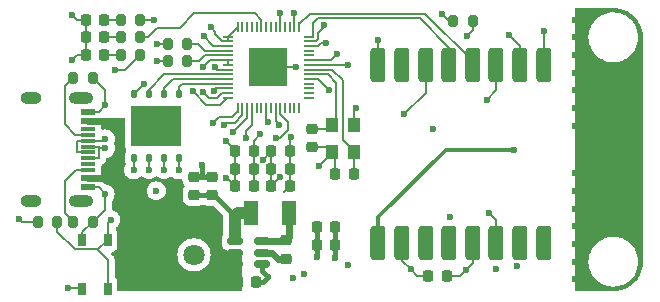
<source format=gbr>
%TF.GenerationSoftware,KiCad,Pcbnew,8.0.5-dirty*%
%TF.CreationDate,2024-10-01T21:10:59+10:00*%
%TF.ProjectId,kestral,6b657374-7261-46c2-9e6b-696361645f70,rev?*%
%TF.SameCoordinates,Original*%
%TF.FileFunction,Copper,L1,Top*%
%TF.FilePolarity,Positive*%
%FSLAX46Y46*%
G04 Gerber Fmt 4.6, Leading zero omitted, Abs format (unit mm)*
G04 Created by KiCad (PCBNEW 8.0.5-dirty) date 2024-10-01 21:10:59*
%MOMM*%
%LPD*%
G01*
G04 APERTURE LIST*
G04 Aperture macros list*
%AMRoundRect*
0 Rectangle with rounded corners*
0 $1 Rounding radius*
0 $2 $3 $4 $5 $6 $7 $8 $9 X,Y pos of 4 corners*
0 Add a 4 corners polygon primitive as box body*
4,1,4,$2,$3,$4,$5,$6,$7,$8,$9,$2,$3,0*
0 Add four circle primitives for the rounded corners*
1,1,$1+$1,$2,$3*
1,1,$1+$1,$4,$5*
1,1,$1+$1,$6,$7*
1,1,$1+$1,$8,$9*
0 Add four rect primitives between the rounded corners*
20,1,$1+$1,$2,$3,$4,$5,0*
20,1,$1+$1,$4,$5,$6,$7,0*
20,1,$1+$1,$6,$7,$8,$9,0*
20,1,$1+$1,$8,$9,$2,$3,0*%
G04 Aperture macros list end*
%TA.AperFunction,SMDPad,CuDef*%
%ADD10RoundRect,0.200000X-0.200000X-0.275000X0.200000X-0.275000X0.200000X0.275000X-0.200000X0.275000X0*%
%TD*%
%TA.AperFunction,SMDPad,CuDef*%
%ADD11R,0.650000X1.050000*%
%TD*%
%TA.AperFunction,ComponentPad*%
%ADD12C,1.803400*%
%TD*%
%TA.AperFunction,SMDPad,CuDef*%
%ADD13RoundRect,0.225000X0.225000X0.250000X-0.225000X0.250000X-0.225000X-0.250000X0.225000X-0.250000X0*%
%TD*%
%TA.AperFunction,SMDPad,CuDef*%
%ADD14RoundRect,0.125000X0.125000X-0.250000X0.125000X0.250000X-0.125000X0.250000X-0.125000X-0.250000X0*%
%TD*%
%TA.AperFunction,HeatsinkPad*%
%ADD15R,4.300000X3.400000*%
%TD*%
%TA.AperFunction,SMDPad,CuDef*%
%ADD16RoundRect,0.317500X-0.317500X1.157500X-0.317500X-1.157500X0.317500X-1.157500X0.317500X1.157500X0*%
%TD*%
%TA.AperFunction,SMDPad,CuDef*%
%ADD17RoundRect,0.225000X-0.250000X0.225000X-0.250000X-0.225000X0.250000X-0.225000X0.250000X0.225000X0*%
%TD*%
%TA.AperFunction,SMDPad,CuDef*%
%ADD18R,1.240000X0.600000*%
%TD*%
%TA.AperFunction,SMDPad,CuDef*%
%ADD19R,1.240000X0.300000*%
%TD*%
%TA.AperFunction,ComponentPad*%
%ADD20O,2.100000X1.000000*%
%TD*%
%TA.AperFunction,ComponentPad*%
%ADD21O,1.800000X1.000000*%
%TD*%
%TA.AperFunction,SMDPad,CuDef*%
%ADD22RoundRect,0.225000X0.250000X-0.225000X0.250000X0.225000X-0.250000X0.225000X-0.250000X-0.225000X0*%
%TD*%
%TA.AperFunction,SMDPad,CuDef*%
%ADD23RoundRect,0.050000X0.050000X-0.387500X0.050000X0.387500X-0.050000X0.387500X-0.050000X-0.387500X0*%
%TD*%
%TA.AperFunction,SMDPad,CuDef*%
%ADD24RoundRect,0.050000X0.387500X-0.050000X0.387500X0.050000X-0.387500X0.050000X-0.387500X-0.050000X0*%
%TD*%
%TA.AperFunction,HeatsinkPad*%
%ADD25R,3.200000X3.200000*%
%TD*%
%TA.AperFunction,SMDPad,CuDef*%
%ADD26RoundRect,0.200000X0.200000X0.275000X-0.200000X0.275000X-0.200000X-0.275000X0.200000X-0.275000X0*%
%TD*%
%TA.AperFunction,SMDPad,CuDef*%
%ADD27RoundRect,0.225000X-0.225000X-0.250000X0.225000X-0.250000X0.225000X0.250000X-0.225000X0.250000X0*%
%TD*%
%TA.AperFunction,SMDPad,CuDef*%
%ADD28RoundRect,0.218750X-0.218750X-0.256250X0.218750X-0.256250X0.218750X0.256250X-0.218750X0.256250X0*%
%TD*%
%TA.AperFunction,SMDPad,CuDef*%
%ADD29RoundRect,0.150000X-0.512500X-0.150000X0.512500X-0.150000X0.512500X0.150000X-0.512500X0.150000X0*%
%TD*%
%TA.AperFunction,SMDPad,CuDef*%
%ADD30R,1.100000X1.300000*%
%TD*%
%TA.AperFunction,SMDPad,CuDef*%
%ADD31R,1.200000X2.000000*%
%TD*%
%TA.AperFunction,SMDPad,CuDef*%
%ADD32R,5.080000X1.500000*%
%TD*%
%TA.AperFunction,ViaPad*%
%ADD33C,0.600000*%
%TD*%
%TA.AperFunction,Conductor*%
%ADD34C,0.200000*%
%TD*%
%TA.AperFunction,Conductor*%
%ADD35C,0.600000*%
%TD*%
%TA.AperFunction,Conductor*%
%ADD36C,0.400000*%
%TD*%
%TA.AperFunction,Conductor*%
%ADD37C,0.356000*%
%TD*%
%TA.AperFunction,Conductor*%
%ADD38C,1.000000*%
%TD*%
G04 APERTURE END LIST*
D10*
%TO.P,R9,1*%
%TO.N,+3V3*%
X103250000Y-118600000D03*
%TO.P,R9,2*%
%TO.N,QSPI_SS*%
X104900000Y-118600000D03*
%TD*%
D11*
%TO.P,SW1,2*%
%TO.N,QSPI_SS*%
X109175000Y-120125000D03*
X109175000Y-124275000D03*
%TO.P,SW1,1*%
%TO.N,GND*%
X107025000Y-120125000D03*
X107025000Y-124275000D03*
%TD*%
D12*
%TO.P,J2,1,Pin_1*%
%TO.N,VBATT*%
X112689999Y-121400000D03*
%TO.P,J2,2,Pin_2*%
%TO.N,GND*%
X116500000Y-121400000D03*
%TD*%
D13*
%TO.P,C5,1*%
%TO.N,XOUT*%
X130005000Y-114550000D03*
%TO.P,C5,2*%
%TO.N,GND*%
X128455000Y-114550000D03*
%TD*%
D14*
%TO.P,U5,1,~{CS}*%
%TO.N,QSPI_SS*%
X111400000Y-113220000D03*
%TO.P,U5,2,DO(IO1)*%
%TO.N,Net-(U3-QSPI_SD1)*%
X112670000Y-113220000D03*
%TO.P,U5,3,IO2*%
%TO.N,Net-(U3-QSPI_SD2)*%
X113940000Y-113220000D03*
%TO.P,U5,4,GND*%
%TO.N,GND*%
X115210000Y-113220000D03*
%TO.P,U5,5,DI(IO0)*%
%TO.N,Net-(U3-QSPI_SD0)*%
X115210000Y-107820000D03*
%TO.P,U5,6,CLK*%
%TO.N,Net-(U3-QSPI_SCLK)*%
X113940000Y-107820000D03*
%TO.P,U5,7,IO3*%
%TO.N,Net-(U3-QSPI_SD3)*%
X112670000Y-107820000D03*
%TO.P,U5,8,VCC*%
%TO.N,+3V3*%
X111400000Y-107820000D03*
D15*
%TO.P,U5,9,EP*%
%TO.N,unconnected-(U5-EP-Pad9)*%
X113305000Y-110520000D03*
%TD*%
D13*
%TO.P,C8,1*%
%TO.N,+1V1*%
X124600000Y-114115000D03*
%TO.P,C8,2*%
%TO.N,GND*%
X123050000Y-114115000D03*
%TD*%
D16*
%TO.P,U2,1,GND*%
%TO.N,GND*%
X146100000Y-105375000D03*
%TO.P,U2,2,MISO*%
%TO.N,MISO*%
X144100000Y-105375000D03*
%TO.P,U2,3,MOSI*%
%TO.N,MOSI*%
X142100000Y-105375000D03*
%TO.P,U2,4,SCK*%
%TO.N,SCK*%
X140100000Y-105375000D03*
%TO.P,U2,5,NSS*%
%TO.N,CSN*%
X138100000Y-105375000D03*
%TO.P,U2,6,RESET*%
%TO.N,RF_RST*%
X136100000Y-105375000D03*
%TO.P,U2,7,DIO5*%
%TO.N,unconnected-(U2-DIO5-Pad7)*%
X134100000Y-105375000D03*
%TO.P,U2,8,GND*%
%TO.N,GND*%
X132100000Y-105375000D03*
%TO.P,U2,9,ANT*%
%TO.N,Net-(J1-In)*%
X132100000Y-120425000D03*
%TO.P,U2,10,GND*%
%TO.N,GND*%
X134100000Y-120425000D03*
%TO.P,U2,11,DIO3*%
%TO.N,unconnected-(U2-DIO3-Pad11)*%
X136100000Y-120425000D03*
%TO.P,U2,12,DIO4*%
%TO.N,unconnected-(U2-DIO4-Pad12)*%
X138100000Y-120425000D03*
%TO.P,U2,13,3.3V*%
%TO.N,+3V3*%
X140100000Y-120425000D03*
%TO.P,U2,14,DIO0*%
%TO.N,RF_DIO*%
X142100000Y-120425000D03*
%TO.P,U2,15,DIO1*%
%TO.N,unconnected-(U2-DIO1-Pad15)*%
X144100000Y-120425000D03*
%TO.P,U2,16,DIO2*%
%TO.N,unconnected-(U2-DIO2-Pad16)*%
X146100000Y-120425000D03*
%TD*%
D17*
%TO.P,C3,1*%
%TO.N,GND*%
X116500000Y-114800000D03*
%TO.P,C3,2*%
%TO.N,+3V3*%
X116500000Y-116350000D03*
%TD*%
D18*
%TO.P,J3,A1,GND*%
%TO.N,GND*%
X107525000Y-109300000D03*
%TO.P,J3,A4,VBUS*%
%TO.N,VBATT*%
X107525000Y-110100000D03*
D19*
%TO.P,J3,A5,CC1*%
%TO.N,Net-(J3-CC1)*%
X107525000Y-111250000D03*
%TO.P,J3,A6,D+*%
%TO.N,USB_D+*%
X107525000Y-112250000D03*
%TO.P,J3,A7,D-*%
%TO.N,USB_D-*%
X107525000Y-112750000D03*
%TO.P,J3,A8*%
%TO.N,N/C*%
X107525000Y-113750000D03*
D18*
%TO.P,J3,A9,VBUS*%
%TO.N,VBATT*%
X107525000Y-114900000D03*
%TO.P,J3,A12,GND*%
%TO.N,GND*%
X107525000Y-115700000D03*
%TO.P,J3,B1,GND*%
X107525000Y-115700000D03*
%TO.P,J3,B4,VBUS*%
%TO.N,VBATT*%
X107525000Y-114900000D03*
D19*
%TO.P,J3,B5,CC2*%
%TO.N,Net-(J3-CC2)*%
X107525000Y-114250000D03*
%TO.P,J3,B6,D+*%
%TO.N,USB_D+*%
X107525000Y-113250000D03*
%TO.P,J3,B7,D-*%
%TO.N,USB_D-*%
X107525000Y-111750000D03*
%TO.P,J3,B8*%
%TO.N,N/C*%
X107525000Y-110750000D03*
D18*
%TO.P,J3,B9,VBUS*%
%TO.N,VBATT*%
X107525000Y-110100000D03*
%TO.P,J3,B12,GND*%
%TO.N,GND*%
X107525000Y-109300000D03*
D20*
%TO.P,J3,S1,SHIELD*%
%TO.N,unconnected-(J3-SHIELD-PadS1)_3*%
X106925000Y-108180000D03*
D21*
%TO.N,unconnected-(J3-SHIELD-PadS1)_1*%
X102725000Y-108180000D03*
D20*
%TO.N,unconnected-(J3-SHIELD-PadS1)*%
X106925000Y-116820000D03*
D21*
%TO.N,unconnected-(J3-SHIELD-PadS1)_2*%
X102725000Y-116820000D03*
%TD*%
D22*
%TO.P,C1,1*%
%TO.N,Net-(U4-SW)*%
X124262500Y-121750000D03*
%TO.P,C1,2*%
%TO.N,Net-(U4-BST)*%
X124262500Y-120200000D03*
%TD*%
D23*
%TO.P,U3,1,IOVDD*%
%TO.N,+3V3*%
X120200000Y-108970000D03*
%TO.P,U3,2,GPIO0*%
%TO.N,MCU_TX*%
X120600000Y-108970000D03*
%TO.P,U3,3,GPIO1*%
%TO.N,MCU_RX*%
X121000000Y-108970000D03*
%TO.P,U3,4,GPIO2*%
%TO.N,GPS_RST*%
X121400000Y-108970000D03*
%TO.P,U3,5,GPIO3*%
%TO.N,unconnected-(U3-GPIO3-Pad5)*%
X121800000Y-108970000D03*
%TO.P,U3,6,GPIO4*%
%TO.N,unconnected-(U3-GPIO4-Pad6)*%
X122200000Y-108970000D03*
%TO.P,U3,7,GPIO5*%
%TO.N,RF_DIO*%
X122600000Y-108970000D03*
%TO.P,U3,8,GPIO6*%
%TO.N,unconnected-(U3-GPIO6-Pad8)*%
X123000000Y-108970000D03*
%TO.P,U3,9,GPIO7*%
%TO.N,RF_RST*%
X123400000Y-108970000D03*
%TO.P,U3,10,IOVDD*%
%TO.N,+3V3*%
X123800000Y-108970000D03*
%TO.P,U3,11,GPIO8*%
%TO.N,unconnected-(U3-GPIO8-Pad11)*%
X124200000Y-108970000D03*
%TO.P,U3,12,GPIO9*%
%TO.N,unconnected-(U3-GPIO9-Pad12)*%
X124600000Y-108970000D03*
%TO.P,U3,13,GPIO10*%
%TO.N,unconnected-(U3-GPIO10-Pad13)*%
X125000000Y-108970000D03*
%TO.P,U3,14,GPIO11*%
%TO.N,unconnected-(U3-GPIO11-Pad14)*%
X125400000Y-108970000D03*
D24*
%TO.P,U3,15,GPIO12*%
%TO.N,unconnected-(U3-GPIO12-Pad15)*%
X126237500Y-108132500D03*
%TO.P,U3,16,GPIO13*%
%TO.N,unconnected-(U3-GPIO13-Pad16)*%
X126237500Y-107732500D03*
%TO.P,U3,17,GPIO14*%
%TO.N,unconnected-(U3-GPIO14-Pad17)*%
X126237500Y-107332500D03*
%TO.P,U3,18,GPIO15*%
%TO.N,unconnected-(U3-GPIO15-Pad18)*%
X126237500Y-106932500D03*
%TO.P,U3,19,TESTEN*%
%TO.N,GND*%
X126237500Y-106532500D03*
%TO.P,U3,20,XIN*%
%TO.N,XIN*%
X126237500Y-106132500D03*
%TO.P,U3,21,XOUT*%
%TO.N,XOUT*%
X126237500Y-105732500D03*
%TO.P,U3,22,IOVDD*%
%TO.N,+3V3*%
X126237500Y-105332500D03*
%TO.P,U3,23,DVDD*%
%TO.N,+1V1*%
X126237500Y-104932500D03*
%TO.P,U3,24,SWCLK*%
%TO.N,unconnected-(U3-SWCLK-Pad24)*%
X126237500Y-104532500D03*
%TO.P,U3,25,SWD*%
%TO.N,unconnected-(U3-SWD-Pad25)*%
X126237500Y-104132500D03*
%TO.P,U3,26,RUN*%
%TO.N,+3V3*%
X126237500Y-103732500D03*
%TO.P,U3,27,GPIO16*%
%TO.N,MISO*%
X126237500Y-103332500D03*
%TO.P,U3,28,GPIO17*%
%TO.N,CSN*%
X126237500Y-102932500D03*
D23*
%TO.P,U3,29,GPIO18*%
%TO.N,SCK*%
X125400000Y-102095000D03*
%TO.P,U3,30,GPIO19*%
%TO.N,MOSI*%
X125000000Y-102095000D03*
%TO.P,U3,31,GPIO20*%
%TO.N,unconnected-(U3-GPIO20-Pad31)*%
X124600000Y-102095000D03*
%TO.P,U3,32,GPIO21*%
%TO.N,unconnected-(U3-GPIO21-Pad32)*%
X124200000Y-102095000D03*
%TO.P,U3,33,IOVDD*%
%TO.N,+3V3*%
X123800000Y-102095000D03*
%TO.P,U3,34,GPIO22*%
%TO.N,unconnected-(U3-GPIO22-Pad34)*%
X123400000Y-102095000D03*
%TO.P,U3,35,GPIO23*%
%TO.N,unconnected-(U3-GPIO23-Pad35)*%
X123000000Y-102095000D03*
%TO.P,U3,36,GPIO24*%
%TO.N,unconnected-(U3-GPIO24-Pad36)*%
X122600000Y-102095000D03*
%TO.P,U3,37,GPIO25*%
%TO.N,LED_1*%
X122200000Y-102095000D03*
%TO.P,U3,38,GPIO26_ADC0*%
%TO.N,unconnected-(U3-GPIO26_ADC0-Pad38)*%
X121800000Y-102095000D03*
%TO.P,U3,39,GPIO27_ADC1*%
%TO.N,unconnected-(U3-GPIO27_ADC1-Pad39)*%
X121400000Y-102095000D03*
%TO.P,U3,40,GPIO28_ADC2*%
%TO.N,unconnected-(U3-GPIO28_ADC2-Pad40)*%
X121000000Y-102095000D03*
%TO.P,U3,41,GPIO29_ADC3*%
%TO.N,unconnected-(U3-GPIO29_ADC3-Pad41)*%
X120600000Y-102095000D03*
%TO.P,U3,42,IOVDD*%
%TO.N,+3V3*%
X120200000Y-102095000D03*
D24*
%TO.P,U3,43,ADC_AVDD*%
X119362500Y-102932500D03*
%TO.P,U3,44,VREG_IN*%
X119362500Y-103332500D03*
%TO.P,U3,45,VREG_VOUT*%
%TO.N,+1V1*%
X119362500Y-103732500D03*
%TO.P,U3,46,USB_DM*%
%TO.N,Net-(U3-USB_DM)*%
X119362500Y-104132500D03*
%TO.P,U3,47,USB_DP*%
%TO.N,Net-(U3-USB_DP)*%
X119362500Y-104532500D03*
%TO.P,U3,48,USB_VDD*%
%TO.N,+3V3*%
X119362500Y-104932500D03*
%TO.P,U3,49,IOVDD*%
X119362500Y-105332500D03*
%TO.P,U3,50,DVDD*%
%TO.N,+1V1*%
X119362500Y-105732500D03*
%TO.P,U3,51,QSPI_SD3*%
%TO.N,Net-(U3-QSPI_SD3)*%
X119362500Y-106132500D03*
%TO.P,U3,52,QSPI_SCLK*%
%TO.N,Net-(U3-QSPI_SCLK)*%
X119362500Y-106532500D03*
%TO.P,U3,53,QSPI_SD0*%
%TO.N,Net-(U3-QSPI_SD0)*%
X119362500Y-106932500D03*
%TO.P,U3,54,QSPI_SD2*%
%TO.N,Net-(U3-QSPI_SD2)*%
X119362500Y-107332500D03*
%TO.P,U3,55,QSPI_SD1*%
%TO.N,Net-(U3-QSPI_SD1)*%
X119362500Y-107732500D03*
%TO.P,U3,56,QSPI_SS*%
%TO.N,QSPI_SS*%
X119362500Y-108132500D03*
D25*
%TO.P,U3,57,GND*%
%TO.N,GND*%
X122800000Y-105532500D03*
%TD*%
D26*
%TO.P,R8,1*%
%TO.N,GPS_1PPS*%
X111925000Y-101500000D03*
%TO.P,R8,2*%
%TO.N,Net-(D3-A)*%
X110275000Y-101500000D03*
%TD*%
D27*
%TO.P,C15,1*%
%TO.N,+3V3*%
X126925000Y-120600000D03*
%TO.P,C15,2*%
%TO.N,GND*%
X128475000Y-120600000D03*
%TD*%
D13*
%TO.P,C9,1*%
%TO.N,+3V3*%
X121550000Y-112630000D03*
%TO.P,C9,2*%
%TO.N,GND*%
X120000000Y-112630000D03*
%TD*%
D28*
%TO.P,D3,1,K*%
%TO.N,GND*%
X107325000Y-101500000D03*
%TO.P,D3,2,A*%
%TO.N,Net-(D3-A)*%
X108900000Y-101500000D03*
%TD*%
D29*
%TO.P,U4,1,FB*%
%TO.N,+3V3*%
X119987500Y-120275000D03*
%TO.P,U4,2,EN*%
%TO.N,VBATT*%
X119987500Y-121225000D03*
%TO.P,U4,3,IN*%
X119987500Y-122175000D03*
%TO.P,U4,4,GND*%
%TO.N,GND*%
X122262500Y-122175000D03*
%TO.P,U4,5,SW*%
%TO.N,Net-(U4-SW)*%
X122262500Y-121225000D03*
%TO.P,U4,6,BST*%
%TO.N,Net-(U4-BST)*%
X122262500Y-120275000D03*
%TD*%
D17*
%TO.P,C2,1*%
%TO.N,GND*%
X118010000Y-114800000D03*
%TO.P,C2,2*%
%TO.N,+3V3*%
X118010000Y-116350000D03*
%TD*%
D13*
%TO.P,C7,1*%
%TO.N,+1V1*%
X124600000Y-115615000D03*
%TO.P,C7,2*%
%TO.N,GND*%
X123050000Y-115615000D03*
%TD*%
%TO.P,C13,1*%
%TO.N,+3V3*%
X137875000Y-123200000D03*
%TO.P,C13,2*%
%TO.N,GND*%
X136325000Y-123200000D03*
%TD*%
D30*
%TO.P,Y1,1,IN/OUT*%
%TO.N,XIN*%
X128200000Y-110400000D03*
%TO.P,Y1,2,GND*%
%TO.N,GND*%
X128200000Y-112700000D03*
%TO.P,Y1,3,OUT/IN*%
%TO.N,XOUT*%
X130000000Y-112700000D03*
%TO.P,Y1,4,GND__1*%
%TO.N,GND*%
X130000000Y-110400000D03*
%TD*%
D10*
%TO.P,R2,1*%
%TO.N,Net-(J3-CC2)*%
X106275000Y-118600000D03*
%TO.P,R2,2*%
%TO.N,GND*%
X107925000Y-118600000D03*
%TD*%
D13*
%TO.P,C12,1*%
%TO.N,+1V1*%
X124600000Y-112615000D03*
%TO.P,C12,2*%
%TO.N,GND*%
X123050000Y-112615000D03*
%TD*%
D26*
%TO.P,R5,1*%
%TO.N,+3V3*%
X111925000Y-104500000D03*
%TO.P,R5,2*%
%TO.N,Net-(D1-A)*%
X110275000Y-104500000D03*
%TD*%
D27*
%TO.P,C4,1*%
%TO.N,VBATT*%
X120187500Y-123725000D03*
%TO.P,C4,2*%
%TO.N,GND*%
X121737500Y-123725000D03*
%TD*%
D10*
%TO.P,R4,1*%
%TO.N,USB_D-*%
X114275000Y-103532500D03*
%TO.P,R4,2*%
%TO.N,Net-(U3-USB_DM)*%
X115925000Y-103532500D03*
%TD*%
%TO.P,R7,1*%
%TO.N,+3V3*%
X138450000Y-101600000D03*
%TO.P,R7,2*%
%TO.N,GPS_RST*%
X140100000Y-101600000D03*
%TD*%
%TO.P,R1,1*%
%TO.N,Net-(J3-CC1)*%
X106275000Y-106420000D03*
%TO.P,R1,2*%
%TO.N,GND*%
X107925000Y-106420000D03*
%TD*%
D17*
%TO.P,C6,1*%
%TO.N,XIN*%
X126455000Y-110750000D03*
%TO.P,C6,2*%
%TO.N,GND*%
X126455000Y-112300000D03*
%TD*%
D31*
%TO.P,L1,1,1*%
%TO.N,Net-(U4-BST)*%
X124562500Y-117875000D03*
%TO.P,L1,2,2*%
%TO.N,+3V3*%
X121362500Y-117875000D03*
%TD*%
D13*
%TO.P,C10,1*%
%TO.N,+3V3*%
X121550000Y-115630000D03*
%TO.P,C10,2*%
%TO.N,GND*%
X120000000Y-115630000D03*
%TD*%
D10*
%TO.P,R3,1*%
%TO.N,USB_D+*%
X114275000Y-105032500D03*
%TO.P,R3,2*%
%TO.N,Net-(U3-USB_DP)*%
X115925000Y-105032500D03*
%TD*%
D26*
%TO.P,R6,1*%
%TO.N,LED_1*%
X111925000Y-103000000D03*
%TO.P,R6,2*%
%TO.N,Net-(D2-A)*%
X110275000Y-103000000D03*
%TD*%
D27*
%TO.P,C14,1*%
%TO.N,+3V3*%
X126925000Y-119100000D03*
%TO.P,C14,2*%
%TO.N,GND*%
X128475000Y-119100000D03*
%TD*%
D28*
%TO.P,D1,1,K*%
%TO.N,GND*%
X107325000Y-104500000D03*
%TO.P,D1,2,A*%
%TO.N,Net-(D1-A)*%
X108900000Y-104500000D03*
%TD*%
D13*
%TO.P,C11,1*%
%TO.N,+3V3*%
X121550000Y-114120000D03*
%TO.P,C11,2*%
%TO.N,GND*%
X120000000Y-114120000D03*
%TD*%
D28*
%TO.P,D2,1,K*%
%TO.N,GND*%
X107325000Y-103000000D03*
%TO.P,D2,2,A*%
%TO.N,Net-(D2-A)*%
X108900000Y-103000000D03*
%TD*%
D32*
%TO.P,J1,2,Ext*%
%TO.N,GND*%
X151937500Y-108250000D03*
X151937500Y-116750000D03*
%TD*%
D33*
%TO.N,QSPI_SS*%
X109450000Y-118450000D03*
%TO.N,+3V3*%
X101700000Y-118400000D03*
%TO.N,GND*%
X105800000Y-124200000D03*
X128475000Y-121700000D03*
X119200000Y-111820000D03*
X119200000Y-114900000D03*
X148750000Y-110500000D03*
X115205000Y-114232500D03*
X148750000Y-109000000D03*
X148750000Y-117500000D03*
X130200000Y-109000000D03*
X146100000Y-102500000D03*
X148750000Y-107500000D03*
X108975000Y-116250000D03*
X138200000Y-118200000D03*
X148750000Y-120500000D03*
X134850000Y-122650000D03*
X106200000Y-101100000D03*
X148750000Y-123500000D03*
X148750000Y-116000000D03*
X122762500Y-123275000D03*
X148750000Y-106000000D03*
X148750000Y-104500000D03*
X127912500Y-107482500D03*
X106200000Y-104900000D03*
X117210000Y-113800000D03*
X148750000Y-122000000D03*
X108975000Y-108750000D03*
X123795634Y-114802885D03*
X132100000Y-103200000D03*
X127100000Y-113900000D03*
X122318488Y-113384315D03*
X148750000Y-119000000D03*
X148750000Y-114500000D03*
X125150000Y-105532500D03*
X148750000Y-101500000D03*
X148750000Y-103000000D03*
%TO.N,Net-(J1-In)*%
X143600000Y-112500000D03*
%TO.N,USB_D+*%
X109000000Y-112400000D03*
X113355000Y-105032500D03*
%TO.N,USB_D-*%
X109000000Y-111599997D03*
X113355000Y-103532500D03*
%TO.N,RF_DIO*%
X141500000Y-117900000D03*
X122800000Y-110200000D03*
%TO.N,RF_RST*%
X123700000Y-110400000D03*
X134300000Y-109500000D03*
%TO.N,MISO*%
X143200000Y-102800000D03*
X127500000Y-102000000D03*
%TO.N,+3V3*%
X119987500Y-118125000D03*
X112265000Y-106932500D03*
X119987500Y-119525000D03*
X109800000Y-105800000D03*
X137500000Y-101000000D03*
X119987500Y-118825000D03*
X129562500Y-105332500D03*
X117900000Y-102132500D03*
X127700000Y-103500000D03*
X126925000Y-121575000D03*
X123400000Y-111500000D03*
X123800000Y-100982500D03*
X139487500Y-122687500D03*
X117223131Y-105532500D03*
X122100000Y-111200000D03*
X118124265Y-110224265D03*
%TO.N,MOSI*%
X141300000Y-108300000D03*
X125000000Y-100982500D03*
%TO.N,+1V1*%
X117300000Y-102900000D03*
X124700000Y-111420000D03*
X128600000Y-104400000D03*
X118251472Y-105532500D03*
%TO.N,MCU_RX*%
X119800000Y-111000000D03*
X142100000Y-122600000D03*
X125800000Y-123000000D03*
%TO.N,GPS_RST*%
X139600000Y-102900000D03*
X136750000Y-110750000D03*
X120883750Y-111516250D03*
%TO.N,MCU_TX*%
X143800000Y-122400000D03*
X124900000Y-123400000D03*
X119000000Y-110400000D03*
%TO.N,Net-(U3-QSPI_SD1)*%
X112670000Y-114220000D03*
X117278765Y-107628735D03*
%TO.N,Net-(U3-QSPI_SD2)*%
X118180113Y-107532500D03*
X113940000Y-114220000D03*
%TO.N,QSPI_SS*%
X111375000Y-114230000D03*
X116382528Y-107532500D03*
%TO.N,GPS_1PPS*%
X129500000Y-122300000D03*
X113300000Y-116000000D03*
X113100000Y-101500000D03*
%TD*%
D34*
%TO.N,GND*%
X105800000Y-124200000D02*
X106950000Y-124200000D01*
X106950000Y-124200000D02*
X107025000Y-124275000D01*
%TO.N,QSPI_SS*%
X109450000Y-118450000D02*
X109175000Y-118725000D01*
X109175000Y-118725000D02*
X109175000Y-120125000D01*
%TO.N,+3V3*%
X101900000Y-118600000D02*
X101700000Y-118400000D01*
X103250000Y-118600000D02*
X101900000Y-118600000D01*
%TO.N,GND*%
X107025000Y-120125000D02*
X107025000Y-119500000D01*
X107025000Y-119500000D02*
X107925000Y-118600000D01*
%TO.N,QSPI_SS*%
X108350000Y-120950000D02*
X108350000Y-121050000D01*
X108350000Y-121050000D02*
X109175000Y-121875000D01*
X109175000Y-121875000D02*
X109175000Y-124275000D01*
X104900000Y-118600000D02*
X104900000Y-119450000D01*
X106400000Y-120950000D02*
X108350000Y-120950000D01*
X104900000Y-119450000D02*
X106400000Y-120950000D01*
X108350000Y-120950000D02*
X109175000Y-120125000D01*
D35*
%TO.N,VBATT*%
X107525000Y-114900000D02*
X109100000Y-114900000D01*
X107525000Y-110100000D02*
X108800000Y-110100000D01*
D34*
%TO.N,GND*%
X107950000Y-118620000D02*
X108975000Y-117595000D01*
X108925000Y-107420000D02*
X108925000Y-108700000D01*
X108975000Y-117595000D02*
X108975000Y-116250000D01*
X108425000Y-115700000D02*
X107525000Y-115700000D01*
X119300000Y-111875000D02*
X120000000Y-112575000D01*
X128200000Y-112700000D02*
X128200000Y-112800000D01*
X108925000Y-108700000D02*
X108975000Y-108750000D01*
X126962500Y-106532500D02*
X126237500Y-106532500D01*
X122800000Y-105532500D02*
X125150000Y-105532500D01*
D36*
X122262500Y-122175000D02*
X122262500Y-122775000D01*
X128475000Y-121700000D02*
X128475000Y-120600000D01*
D34*
X127905000Y-112300000D02*
X126455000Y-112300000D01*
D36*
X122262500Y-122775000D02*
X122762500Y-123275000D01*
D34*
X130000000Y-109200000D02*
X130200000Y-109000000D01*
X134100000Y-121900000D02*
X134850000Y-122650000D01*
X128200000Y-112800000D02*
X127100000Y-113900000D01*
X135400000Y-123200000D02*
X136325000Y-123200000D01*
D36*
X117210000Y-114800000D02*
X117210000Y-113800000D01*
D34*
X123050000Y-115548519D02*
X123050000Y-115615000D01*
X119270000Y-114900000D02*
X119200000Y-114900000D01*
D36*
X122762500Y-123275000D02*
X122312500Y-123725000D01*
D34*
X106600000Y-101500000D02*
X107325000Y-101500000D01*
D36*
X117210000Y-114800000D02*
X116500000Y-114800000D01*
D34*
X107325000Y-103000000D02*
X107325000Y-104500000D01*
X107325000Y-101500000D02*
X107325000Y-103000000D01*
X107525000Y-109300000D02*
X108425000Y-109300000D01*
X134850000Y-122650000D02*
X135400000Y-123200000D01*
X106200000Y-104900000D02*
X106600000Y-104500000D01*
X123050000Y-112615000D02*
X123050000Y-114115000D01*
X127912500Y-107482500D02*
X126962500Y-106532500D01*
X108975000Y-116250000D02*
X108425000Y-115700000D01*
X128455000Y-114550000D02*
X128455000Y-112850000D01*
X120000000Y-112575000D02*
X120000000Y-112630000D01*
X130000000Y-110400000D02*
X130000000Y-109200000D01*
X146100000Y-105375000D02*
X146100000Y-102500000D01*
X122318488Y-113384315D02*
X123050000Y-112652803D01*
D36*
X118010000Y-114800000D02*
X117210000Y-114800000D01*
D34*
X123795634Y-114802885D02*
X123050000Y-115548519D01*
X123050000Y-112652803D02*
X123050000Y-112615000D01*
X107925000Y-106420000D02*
X108925000Y-107420000D01*
X108425000Y-109300000D02*
X108975000Y-108750000D01*
X106200000Y-101100000D02*
X106600000Y-101500000D01*
D36*
X128475000Y-119100000D02*
X128475000Y-120600000D01*
D34*
X120000000Y-115630000D02*
X120000000Y-114120000D01*
X123050000Y-112615000D02*
X123050000Y-115615000D01*
X120000000Y-112630000D02*
X120000000Y-114120000D01*
X134100000Y-120425000D02*
X134100000Y-121900000D01*
X132100000Y-103200000D02*
X132100000Y-105375000D01*
X120000000Y-115630000D02*
X119270000Y-114900000D01*
D36*
X122312500Y-123725000D02*
X121737500Y-123725000D01*
D34*
X115205000Y-114232500D02*
X115205000Y-113495000D01*
X128455000Y-112850000D02*
X128305000Y-112700000D01*
X106600000Y-104500000D02*
X107325000Y-104500000D01*
X128305000Y-112700000D02*
X127905000Y-112300000D01*
D37*
%TO.N,Net-(J1-In)*%
X137800000Y-112500000D02*
X132100000Y-118200000D01*
X132100000Y-118200000D02*
X132100000Y-120425000D01*
X143600000Y-112500000D02*
X137800000Y-112500000D01*
D34*
%TO.N,Net-(J3-CC1)*%
X106455000Y-111250000D02*
X107525000Y-111250000D01*
X105575000Y-107120000D02*
X105575000Y-110370000D01*
X105575000Y-110370000D02*
X106455000Y-111250000D01*
X106275000Y-106420000D02*
X105575000Y-107120000D01*
%TO.N,USB_D+*%
X108445000Y-113000000D02*
X108445000Y-113200000D01*
X108445000Y-112720000D02*
X108445000Y-113000000D01*
X107525000Y-112250000D02*
X108395000Y-112250000D01*
X108445000Y-112300000D02*
X108445000Y-112720000D01*
X108545000Y-112400000D02*
X108422500Y-112277500D01*
X108422500Y-112277500D02*
X108445000Y-112300000D01*
X108395000Y-113250000D02*
X107525000Y-113250000D01*
X108395000Y-112250000D02*
X108422500Y-112277500D01*
X109000000Y-112400000D02*
X108545000Y-112400000D01*
X108445000Y-113200000D02*
X108395000Y-113250000D01*
X113355000Y-105032500D02*
X114275000Y-105032500D01*
%TO.N,USB_D-*%
X106605000Y-112700000D02*
X106655000Y-112750000D01*
X107525000Y-111750000D02*
X106655000Y-111750000D01*
X106655000Y-111750000D02*
X106605000Y-111800000D01*
X113355000Y-103532500D02*
X114275000Y-103532500D01*
X106605000Y-111800000D02*
X106605000Y-112700000D01*
X106655000Y-112750000D02*
X107525000Y-112750000D01*
X109000000Y-111599997D02*
X108849997Y-111750000D01*
X108849997Y-111750000D02*
X107525000Y-111750000D01*
%TO.N,Net-(J3-CC2)*%
X106300000Y-118620000D02*
X105575000Y-117895000D01*
X105575000Y-115170000D02*
X106495000Y-114250000D01*
X105575000Y-117895000D02*
X105575000Y-115170000D01*
X106495000Y-114250000D02*
X107525000Y-114250000D01*
%TO.N,RF_DIO*%
X122600000Y-110000000D02*
X122800000Y-110200000D01*
X122600000Y-108970000D02*
X122600000Y-110000000D01*
X142100000Y-118500000D02*
X142100000Y-120425000D01*
X141500000Y-117900000D02*
X142100000Y-118500000D01*
%TO.N,SCK*%
X140100000Y-105026722D02*
X136073278Y-101000000D01*
X126282500Y-101000000D02*
X125400000Y-101882500D01*
X140100000Y-105375000D02*
X140100000Y-105026722D01*
X136073278Y-101000000D02*
X126282500Y-101000000D01*
X125400000Y-101882500D02*
X125400000Y-101932500D01*
%TO.N,RF_RST*%
X123400000Y-108970000D02*
X123400000Y-110100000D01*
X134300000Y-109500000D02*
X136100000Y-107700000D01*
X136100000Y-107700000D02*
X136100000Y-105375000D01*
X123400000Y-110100000D02*
X123700000Y-110400000D01*
%TO.N,CSN*%
X138100000Y-103900000D02*
X138100000Y-105375000D01*
X126600000Y-102832500D02*
X126600000Y-101800000D01*
X126500000Y-102932500D02*
X126600000Y-102832500D01*
X135600000Y-101400000D02*
X138100000Y-103900000D01*
X126600000Y-101800000D02*
X127000000Y-101400000D01*
X127000000Y-101400000D02*
X135600000Y-101400000D01*
X126300000Y-102932500D02*
X126500000Y-102932500D01*
%TO.N,MISO*%
X144100000Y-103700000D02*
X144100000Y-105375000D01*
X127000000Y-103166360D02*
X127000000Y-102632500D01*
X127000000Y-102632500D02*
X127500000Y-102132500D01*
X126300000Y-103332500D02*
X126833860Y-103332500D01*
X143200000Y-102800000D02*
X144100000Y-103700000D01*
X126833860Y-103332500D02*
X127000000Y-103166360D01*
%TO.N,+3V3*%
X123400000Y-111500000D02*
X123771471Y-111500000D01*
X138100000Y-101600000D02*
X137500000Y-101000000D01*
X119362500Y-103332500D02*
X118900000Y-103332500D01*
X118124265Y-110224265D02*
X118616030Y-109732500D01*
D36*
X116500000Y-116350000D02*
X118010000Y-116350000D01*
D34*
X124451471Y-110155331D02*
X123800000Y-109503860D01*
X117223131Y-105532500D02*
X117823131Y-104932500D01*
D38*
X119987500Y-118825000D02*
X119987500Y-118125000D01*
D34*
X110625000Y-105800000D02*
X109800000Y-105800000D01*
X118287500Y-102520000D02*
X117900000Y-102132500D01*
X119700000Y-109732500D02*
X120200000Y-109232500D01*
X117823131Y-104932500D02*
X119362500Y-104932500D01*
X121550000Y-114120000D02*
X121550000Y-115630000D01*
X138450000Y-101600000D02*
X138100000Y-101600000D01*
X126999546Y-103732500D02*
X126300000Y-103732500D01*
X121550000Y-112630000D02*
X121550000Y-112625000D01*
D38*
X120237500Y-117875000D02*
X119987500Y-118125000D01*
D36*
X118212500Y-116350000D02*
X119987500Y-118125000D01*
D34*
X127700000Y-103500000D02*
X127232046Y-103500000D01*
X140100000Y-122075000D02*
X140100000Y-120425000D01*
X122100000Y-111200000D02*
X121550000Y-111750000D01*
X123800000Y-109503860D02*
X123800000Y-108970000D01*
X123800000Y-100982500D02*
X123800000Y-102095000D01*
X112265000Y-106955000D02*
X112265000Y-106932500D01*
D36*
X119987500Y-118125000D02*
X119987500Y-118450000D01*
D34*
X127232046Y-103500000D02*
X126999546Y-103732500D01*
X124451471Y-110820000D02*
X124451471Y-110155331D01*
D36*
X126925000Y-119100000D02*
X126925000Y-120600000D01*
X118010000Y-116350000D02*
X118212500Y-116350000D01*
D34*
X119362500Y-103332500D02*
X119362500Y-102932500D01*
X121550000Y-112630000D02*
X121550000Y-114120000D01*
X126300000Y-105332500D02*
X129562500Y-105332500D01*
X118287500Y-102720000D02*
X118287500Y-102520000D01*
D38*
X119987500Y-119825000D02*
X119987500Y-119525000D01*
D34*
X111400000Y-107820000D02*
X112265000Y-106955000D01*
D38*
X121362500Y-117875000D02*
X120237500Y-117875000D01*
D34*
X120200000Y-109232500D02*
X120200000Y-109132500D01*
X121550000Y-111750000D02*
X121550000Y-112630000D01*
X119362500Y-105332500D02*
X119362500Y-104932500D01*
X138975000Y-123200000D02*
X140100000Y-122075000D01*
X118616030Y-109732500D02*
X119700000Y-109732500D01*
X123771471Y-111500000D02*
X124451471Y-110820000D01*
D38*
X119987500Y-119525000D02*
X119987500Y-118825000D01*
D34*
X118900000Y-103332500D02*
X118287500Y-102720000D01*
D36*
X126925000Y-121575000D02*
X126925000Y-120600000D01*
D34*
X137875000Y-123200000D02*
X138975000Y-123200000D01*
X119362500Y-102932500D02*
X120200000Y-102095000D01*
X111925000Y-104500000D02*
X110625000Y-105800000D01*
%TO.N,MOSI*%
X142100000Y-105375000D02*
X142100000Y-107500000D01*
X125000000Y-100982500D02*
X125000000Y-102095000D01*
X142100000Y-107500000D02*
X141300000Y-108300000D01*
%TO.N,Net-(U3-QSPI_SD0)*%
X115210000Y-107210000D02*
X115487500Y-106932500D01*
X115210000Y-107820000D02*
X115210000Y-107210000D01*
X115487500Y-106932500D02*
X119300000Y-106932500D01*
%TO.N,Net-(U3-USB_DM)*%
X117400000Y-104132500D02*
X119362500Y-104132500D01*
X116800000Y-103532500D02*
X117400000Y-104132500D01*
X115925000Y-103532500D02*
X116800000Y-103532500D01*
%TO.N,+1V1*%
X124600000Y-112615000D02*
X124600000Y-111520000D01*
X124600000Y-115615000D02*
X124600000Y-114115000D01*
X118251472Y-105532500D02*
X118451472Y-105732500D01*
X128600000Y-104400000D02*
X128067500Y-104932500D01*
X118451472Y-105732500D02*
X119300000Y-105732500D01*
X118132500Y-103732500D02*
X119362500Y-103732500D01*
X124600000Y-114115000D02*
X124600000Y-112615000D01*
X128067500Y-104932500D02*
X126300000Y-104932500D01*
X124600000Y-115615000D02*
X124150000Y-116065000D01*
X124600000Y-111520000D02*
X124700000Y-111420000D01*
X117300000Y-102900000D02*
X118132500Y-103732500D01*
%TO.N,XOUT*%
X130105000Y-112700000D02*
X129100000Y-111695000D01*
X130005000Y-112800000D02*
X130105000Y-112700000D01*
X129100000Y-106645000D02*
X128187500Y-105732500D01*
X128187500Y-105732500D02*
X126237500Y-105732500D01*
X129100000Y-111695000D02*
X129100000Y-106645000D01*
X130005000Y-114550000D02*
X130005000Y-112800000D01*
%TO.N,Net-(U3-QSPI_SCLK)*%
X113940000Y-107280000D02*
X114687500Y-106532500D01*
X113940000Y-107820000D02*
X113940000Y-107280000D01*
X114687500Y-106532500D02*
X119300000Y-106532500D01*
%TO.N,MCU_RX*%
X121000000Y-109800000D02*
X121000000Y-108970000D01*
X119800000Y-111000000D02*
X121000000Y-109800000D01*
%TO.N,GPS_RST*%
X120883750Y-111516250D02*
X120883750Y-110917205D01*
X140100000Y-101600000D02*
X140100000Y-102400000D01*
X120883750Y-110917205D02*
X121400000Y-110400955D01*
X121400000Y-110400955D02*
X121400000Y-108970000D01*
X140100000Y-102400000D02*
X139600000Y-102900000D01*
%TO.N,MCU_TX*%
X119967500Y-110232500D02*
X120600000Y-109600000D01*
X120600000Y-109600000D02*
X120600000Y-109432500D01*
X119167500Y-110232500D02*
X119967500Y-110232500D01*
X119000000Y-110400000D02*
X119167500Y-110232500D01*
%TO.N,LED_1*%
X112600000Y-103000000D02*
X113400000Y-102200000D01*
X115300000Y-102200000D02*
X116517500Y-100982500D01*
X116517500Y-100982500D02*
X121600000Y-100982500D01*
X113400000Y-102200000D02*
X115300000Y-102200000D01*
X122200000Y-101561140D02*
X121621360Y-100982500D01*
X121621360Y-100982500D02*
X121600000Y-100982500D01*
X122200000Y-102095000D02*
X122200000Y-101561140D01*
X111925000Y-103000000D02*
X112600000Y-103000000D01*
%TO.N,Net-(U3-USB_DP)*%
X116891470Y-105032500D02*
X117391470Y-104532500D01*
X116225000Y-105032500D02*
X116891470Y-105032500D01*
X117391470Y-104532500D02*
X119362500Y-104532500D01*
%TO.N,Net-(U3-QSPI_SD1)*%
X117782530Y-108132500D02*
X118428640Y-108132500D01*
X118828640Y-107732500D02*
X119243750Y-107732500D01*
X117278765Y-107628735D02*
X117782530Y-108132500D01*
X118428640Y-108132500D02*
X118828640Y-107732500D01*
X112670000Y-114220000D02*
X112670000Y-113220000D01*
%TO.N,XIN*%
X128512500Y-106832500D02*
X127812500Y-106132500D01*
X128500000Y-110205000D02*
X128500000Y-108600000D01*
X127955000Y-110750000D02*
X128500000Y-110205000D01*
X128512500Y-108587500D02*
X128512500Y-106832500D01*
X126455000Y-110750000D02*
X127955000Y-110750000D01*
X128500000Y-108600000D02*
X128512500Y-108587500D01*
X127812500Y-106132500D02*
X126237500Y-106132500D01*
%TO.N,Net-(U3-QSPI_SD2)*%
X113940000Y-114220000D02*
X113940000Y-113220000D01*
X118180113Y-107532500D02*
X118380113Y-107332500D01*
X118380113Y-107332500D02*
X119300000Y-107332500D01*
%TO.N,QSPI_SS*%
X117534002Y-108732500D02*
X118700000Y-108732500D01*
X118700000Y-108732500D02*
X119300000Y-108132500D01*
X116382528Y-107581026D02*
X117534002Y-108732500D01*
X116382528Y-107532500D02*
X116382528Y-107581026D01*
X111375000Y-114230000D02*
X111375000Y-113235000D01*
%TO.N,Net-(U3-QSPI_SD3)*%
X113987500Y-106132500D02*
X119300000Y-106132500D01*
X112670000Y-107450000D02*
X113987500Y-106132500D01*
X112670000Y-107820000D02*
X112670000Y-107450000D01*
D35*
%TO.N,Net-(U4-SW)*%
X122262500Y-121225000D02*
X123112500Y-121225000D01*
X123112500Y-121225000D02*
X123637500Y-121750000D01*
X123637500Y-121750000D02*
X124262500Y-121750000D01*
%TO.N,Net-(U4-BST)*%
X122262500Y-120275000D02*
X124187500Y-120275000D01*
X124562500Y-119900000D02*
X124562500Y-118475000D01*
D36*
X124187500Y-120275000D02*
X124262500Y-120200000D01*
D35*
X124262500Y-120200000D02*
X124562500Y-119900000D01*
D34*
%TO.N,Net-(D1-A)*%
X110275000Y-104500000D02*
X108900000Y-104500000D01*
%TO.N,Net-(D2-A)*%
X110275000Y-103000000D02*
X108900000Y-103000000D01*
%TO.N,Net-(D3-A)*%
X110275000Y-101500000D02*
X108900000Y-101500000D01*
%TO.N,GPS_1PPS*%
X113100000Y-101500000D02*
X111925000Y-101500000D01*
%TD*%
%TA.AperFunction,Conductor*%
%TO.N,VBATT*%
G36*
X110597539Y-109819685D02*
G01*
X110643294Y-109872489D01*
X110654500Y-109924000D01*
X110654500Y-112267870D01*
X110654501Y-112267876D01*
X110660908Y-112327483D01*
X110711202Y-112462328D01*
X110711203Y-112462329D01*
X110711204Y-112462331D01*
X110738348Y-112498591D01*
X110738349Y-112498592D01*
X110762766Y-112564056D01*
X110747915Y-112632329D01*
X110745814Y-112636023D01*
X110696384Y-112719605D01*
X110696380Y-112719614D01*
X110652292Y-112871366D01*
X110652290Y-112871379D01*
X110649500Y-112906829D01*
X110649500Y-113533150D01*
X110649501Y-113533175D01*
X110652290Y-113568624D01*
X110697745Y-113725082D01*
X110697545Y-113794951D01*
X110683663Y-113825646D01*
X110649209Y-113880480D01*
X110589633Y-114050737D01*
X110589630Y-114050750D01*
X110569435Y-114229996D01*
X110569435Y-114230003D01*
X110589630Y-114409249D01*
X110589631Y-114409254D01*
X110649211Y-114579523D01*
X110688679Y-114642335D01*
X110745184Y-114732262D01*
X110872738Y-114859816D01*
X110943037Y-114903988D01*
X111009561Y-114945788D01*
X111025478Y-114955789D01*
X111195745Y-115015368D01*
X111195750Y-115015369D01*
X111374996Y-115035565D01*
X111375000Y-115035565D01*
X111375004Y-115035565D01*
X111554249Y-115015369D01*
X111554252Y-115015368D01*
X111554255Y-115015368D01*
X111724522Y-114955789D01*
X111877262Y-114859816D01*
X111939819Y-114797259D01*
X112001142Y-114763774D01*
X112070834Y-114768758D01*
X112115181Y-114797259D01*
X112167738Y-114849816D01*
X112320478Y-114945789D01*
X112473309Y-114999267D01*
X112490745Y-115005368D01*
X112490750Y-115005369D01*
X112669996Y-115025565D01*
X112670000Y-115025565D01*
X112670004Y-115025565D01*
X112849249Y-115005369D01*
X112849252Y-115005368D01*
X112849255Y-115005368D01*
X113019522Y-114945789D01*
X113172262Y-114849816D01*
X113217319Y-114804759D01*
X113278642Y-114771274D01*
X113348334Y-114776258D01*
X113392681Y-114804759D01*
X113437738Y-114849816D01*
X113590478Y-114945789D01*
X113743309Y-114999267D01*
X113760745Y-115005368D01*
X113760750Y-115005369D01*
X113939996Y-115025565D01*
X113940000Y-115025565D01*
X113940004Y-115025565D01*
X114119249Y-115005369D01*
X114119252Y-115005368D01*
X114119255Y-115005368D01*
X114289522Y-114945789D01*
X114442262Y-114849816D01*
X114478568Y-114813509D01*
X114539889Y-114780024D01*
X114609581Y-114785008D01*
X114653929Y-114813508D01*
X114684218Y-114843796D01*
X114702738Y-114862316D01*
X114753308Y-114894091D01*
X114852159Y-114956204D01*
X114855478Y-114958289D01*
X114990022Y-115005368D01*
X115025745Y-115017868D01*
X115025750Y-115017869D01*
X115204996Y-115038065D01*
X115205000Y-115038065D01*
X115205004Y-115038065D01*
X115391176Y-115017089D01*
X115391484Y-115019826D01*
X115448732Y-115023299D01*
X115505115Y-115064563D01*
X115530016Y-115127340D01*
X115534651Y-115172708D01*
X115534651Y-115172710D01*
X115587996Y-115333694D01*
X115588001Y-115333705D01*
X115677029Y-115478040D01*
X115677032Y-115478044D01*
X115686307Y-115487319D01*
X115719792Y-115548642D01*
X115714808Y-115618334D01*
X115686307Y-115662681D01*
X115677032Y-115671955D01*
X115677029Y-115671959D01*
X115588001Y-115816294D01*
X115587996Y-115816305D01*
X115534651Y-115977290D01*
X115524500Y-116076647D01*
X115524500Y-116623337D01*
X115524501Y-116623355D01*
X115534650Y-116722707D01*
X115534651Y-116722710D01*
X115587996Y-116883694D01*
X115588001Y-116883705D01*
X115677029Y-117028040D01*
X115677032Y-117028044D01*
X115796955Y-117147967D01*
X115796959Y-117147970D01*
X115941294Y-117236998D01*
X115941297Y-117236999D01*
X115941303Y-117237003D01*
X116102292Y-117290349D01*
X116201655Y-117300500D01*
X116798344Y-117300499D01*
X116798352Y-117300498D01*
X116798355Y-117300498D01*
X116862877Y-117293907D01*
X116897708Y-117290349D01*
X117058697Y-117237003D01*
X117074752Y-117227099D01*
X117189903Y-117156074D01*
X117257295Y-117137633D01*
X117320097Y-117156074D01*
X117451294Y-117236998D01*
X117451297Y-117236999D01*
X117451303Y-117237003D01*
X117612292Y-117290349D01*
X117711655Y-117300500D01*
X118120980Y-117300499D01*
X118188019Y-117320183D01*
X118208661Y-117336818D01*
X118950681Y-118078838D01*
X118984166Y-118140161D01*
X118987000Y-118166519D01*
X118987000Y-119641899D01*
X118967315Y-119708938D01*
X118960982Y-119717895D01*
X118956922Y-119723129D01*
X118873255Y-119864603D01*
X118873254Y-119864606D01*
X118827402Y-120022426D01*
X118827401Y-120022432D01*
X118824500Y-120059298D01*
X118824500Y-120490701D01*
X118827401Y-120527567D01*
X118827402Y-120527573D01*
X118873254Y-120685393D01*
X118873255Y-120685396D01*
X118956917Y-120826862D01*
X118956923Y-120826870D01*
X119073129Y-120943076D01*
X119073133Y-120943079D01*
X119073135Y-120943081D01*
X119214602Y-121026744D01*
X119256224Y-121038836D01*
X119372426Y-121072597D01*
X119372429Y-121072597D01*
X119372431Y-121072598D01*
X119409306Y-121075500D01*
X119409314Y-121075500D01*
X120476000Y-121075500D01*
X120543039Y-121095185D01*
X120588794Y-121147989D01*
X120600000Y-121199500D01*
X120600000Y-124375500D01*
X120580315Y-124442539D01*
X120527511Y-124488294D01*
X120476000Y-124499500D01*
X110124500Y-124499500D01*
X110057461Y-124479815D01*
X110011706Y-124427011D01*
X110000500Y-124375500D01*
X110000499Y-123702129D01*
X110000498Y-123702123D01*
X110000497Y-123702116D01*
X109995299Y-123653757D01*
X109994091Y-123642516D01*
X109943797Y-123507671D01*
X109943793Y-123507664D01*
X109857548Y-123392457D01*
X109857546Y-123392454D01*
X109857544Y-123392452D01*
X109857542Y-123392450D01*
X109825188Y-123368230D01*
X109783318Y-123312296D01*
X109775500Y-123268964D01*
X109775500Y-121795945D01*
X109775499Y-121795941D01*
X109747833Y-121692684D01*
X109747833Y-121692683D01*
X109734578Y-121643218D01*
X109734577Y-121643215D01*
X109702016Y-121586819D01*
X109681048Y-121550501D01*
X109681047Y-121550499D01*
X109655522Y-121506287D01*
X109655521Y-121506286D01*
X109655520Y-121506284D01*
X109549230Y-121399994D01*
X115092994Y-121399994D01*
X115092994Y-121400005D01*
X115112183Y-121631582D01*
X115169229Y-121856854D01*
X115262575Y-122069662D01*
X115331460Y-122175097D01*
X115389675Y-122264201D01*
X115547061Y-122435168D01*
X115547064Y-122435170D01*
X115547067Y-122435173D01*
X115730432Y-122577892D01*
X115730438Y-122577896D01*
X115730441Y-122577898D01*
X115934812Y-122688499D01*
X116154600Y-122763952D01*
X116383810Y-122802200D01*
X116616190Y-122802200D01*
X116845400Y-122763952D01*
X117065188Y-122688499D01*
X117269559Y-122577898D01*
X117282229Y-122568037D01*
X117351334Y-122514250D01*
X117452939Y-122435168D01*
X117610325Y-122264201D01*
X117737425Y-122069661D01*
X117830771Y-121856854D01*
X117887816Y-121631586D01*
X117904357Y-121431968D01*
X117907006Y-121400005D01*
X117907006Y-121399994D01*
X117887816Y-121168417D01*
X117887816Y-121168414D01*
X117830771Y-120943146D01*
X117737425Y-120730339D01*
X117716220Y-120697883D01*
X117610326Y-120535801D01*
X117610325Y-120535799D01*
X117452939Y-120364832D01*
X117452934Y-120364828D01*
X117452932Y-120364826D01*
X117269567Y-120222107D01*
X117269561Y-120222103D01*
X117065188Y-120111501D01*
X117065180Y-120111498D01*
X116845402Y-120036048D01*
X116616190Y-119997800D01*
X116383810Y-119997800D01*
X116154597Y-120036048D01*
X115934819Y-120111498D01*
X115934811Y-120111501D01*
X115730438Y-120222103D01*
X115730432Y-120222107D01*
X115547067Y-120364826D01*
X115547064Y-120364829D01*
X115389676Y-120535797D01*
X115389673Y-120535801D01*
X115262575Y-120730337D01*
X115169229Y-120943145D01*
X115112183Y-121168417D01*
X115092994Y-121399994D01*
X109549230Y-121399994D01*
X109543716Y-121394480D01*
X109543715Y-121394479D01*
X109539385Y-121390149D01*
X109539374Y-121390139D01*
X109507088Y-121357853D01*
X109473603Y-121296530D01*
X109478587Y-121226838D01*
X109520459Y-121170905D01*
X109581517Y-121146882D01*
X109607483Y-121144091D01*
X109742331Y-121093796D01*
X109857546Y-121007546D01*
X109943796Y-120892331D01*
X109994091Y-120757483D01*
X110000500Y-120697873D01*
X110000499Y-119552128D01*
X109994091Y-119492517D01*
X109943796Y-119357669D01*
X109885679Y-119280035D01*
X109861262Y-119214573D01*
X109876113Y-119146300D01*
X109918973Y-119100732D01*
X109952262Y-119079816D01*
X110079816Y-118952262D01*
X110175789Y-118799522D01*
X110235368Y-118629255D01*
X110241002Y-118579254D01*
X110255565Y-118450003D01*
X110255565Y-118449996D01*
X110235369Y-118270750D01*
X110235368Y-118270745D01*
X110198898Y-118166519D01*
X110175789Y-118100478D01*
X110079816Y-117947738D01*
X109952262Y-117820184D01*
X109872688Y-117770184D01*
X109799521Y-117724210D01*
X109698363Y-117688814D01*
X109658546Y-117674881D01*
X109601771Y-117634160D01*
X109576023Y-117569208D01*
X109575501Y-117557840D01*
X109575501Y-117508348D01*
X109575500Y-117508330D01*
X109575500Y-116832412D01*
X109595185Y-116765373D01*
X109602555Y-116755097D01*
X109604810Y-116752267D01*
X109604816Y-116752262D01*
X109700789Y-116599522D01*
X109760368Y-116429255D01*
X109760369Y-116429249D01*
X109780565Y-116250003D01*
X109780565Y-116249996D01*
X109760369Y-116070750D01*
X109760368Y-116070745D01*
X109735612Y-115999996D01*
X112494435Y-115999996D01*
X112494435Y-116000003D01*
X112514630Y-116179249D01*
X112514631Y-116179254D01*
X112574211Y-116349523D01*
X112637634Y-116450459D01*
X112670184Y-116502262D01*
X112797738Y-116629816D01*
X112802279Y-116632669D01*
X112945577Y-116722710D01*
X112950478Y-116725789D01*
X113091292Y-116775062D01*
X113120745Y-116785368D01*
X113120750Y-116785369D01*
X113299996Y-116805565D01*
X113300000Y-116805565D01*
X113300004Y-116805565D01*
X113479249Y-116785369D01*
X113479252Y-116785368D01*
X113479255Y-116785368D01*
X113649522Y-116725789D01*
X113802262Y-116629816D01*
X113929816Y-116502262D01*
X114025789Y-116349522D01*
X114085368Y-116179255D01*
X114096929Y-116076647D01*
X114105565Y-116000003D01*
X114105565Y-115999996D01*
X114085369Y-115820750D01*
X114085368Y-115820745D01*
X114039131Y-115688607D01*
X114025789Y-115650478D01*
X113929816Y-115497738D01*
X113802262Y-115370184D01*
X113649523Y-115274211D01*
X113479254Y-115214631D01*
X113479249Y-115214630D01*
X113300004Y-115194435D01*
X113299996Y-115194435D01*
X113120750Y-115214630D01*
X113120745Y-115214631D01*
X112950476Y-115274211D01*
X112797737Y-115370184D01*
X112670184Y-115497737D01*
X112574211Y-115650476D01*
X112514631Y-115820745D01*
X112514630Y-115820750D01*
X112494435Y-115999996D01*
X109735612Y-115999996D01*
X109712299Y-115933371D01*
X109700789Y-115900478D01*
X109604816Y-115747738D01*
X109477262Y-115620184D01*
X109363404Y-115548642D01*
X109324521Y-115524210D01*
X109154249Y-115464630D01*
X109067330Y-115454837D01*
X109002916Y-115427770D01*
X108993533Y-115419298D01*
X108912590Y-115338355D01*
X108912588Y-115338352D01*
X108793717Y-115219481D01*
X108793716Y-115219480D01*
X108706904Y-115169360D01*
X108706904Y-115169359D01*
X108706900Y-115169358D01*
X108656785Y-115140423D01*
X108656784Y-115140422D01*
X108656783Y-115140422D01*
X108656782Y-115140421D01*
X108597039Y-115124413D01*
X108537379Y-115088048D01*
X108529867Y-115078950D01*
X108502547Y-115042456D01*
X108502546Y-115042454D01*
X108444854Y-114999265D01*
X108402984Y-114943333D01*
X108398000Y-114873641D01*
X108431485Y-114812318D01*
X108444850Y-114800736D01*
X108502546Y-114757546D01*
X108588796Y-114642331D01*
X108639091Y-114507483D01*
X108645500Y-114447873D01*
X108645499Y-114052128D01*
X108645498Y-114052111D01*
X108641320Y-114013253D01*
X108641320Y-113986747D01*
X108645500Y-113947873D01*
X108645499Y-113870363D01*
X108665183Y-113803325D01*
X108707499Y-113762976D01*
X108763716Y-113730520D01*
X108875520Y-113618716D01*
X108925520Y-113568716D01*
X109004577Y-113431784D01*
X109014705Y-113393988D01*
X109022347Y-113365469D01*
X109036260Y-113313542D01*
X109045342Y-113279650D01*
X109081706Y-113219991D01*
X109144553Y-113189462D01*
X109151203Y-113188528D01*
X109179255Y-113185368D01*
X109349522Y-113125789D01*
X109502262Y-113029816D01*
X109629816Y-112902262D01*
X109725789Y-112749522D01*
X109785368Y-112579255D01*
X109786501Y-112569202D01*
X109805565Y-112400003D01*
X109805565Y-112399996D01*
X109785369Y-112220750D01*
X109785368Y-112220745D01*
X109723489Y-112043905D01*
X109725635Y-112043153D01*
X109716037Y-111984854D01*
X109724391Y-111956407D01*
X109723489Y-111956092D01*
X109785366Y-111779259D01*
X109785369Y-111779246D01*
X109805565Y-111600000D01*
X109805565Y-111599993D01*
X109785369Y-111420747D01*
X109785368Y-111420742D01*
X109735708Y-111278822D01*
X109725789Y-111250475D01*
X109629816Y-111097735D01*
X109502262Y-110970181D01*
X109470229Y-110950053D01*
X109349523Y-110874208D01*
X109179254Y-110814628D01*
X109179249Y-110814627D01*
X109000004Y-110794432D01*
X108999996Y-110794432D01*
X108820750Y-110814627D01*
X108820737Y-110814630D01*
X108810454Y-110818229D01*
X108740675Y-110821791D01*
X108680048Y-110787063D01*
X108647820Y-110725069D01*
X108645499Y-110701188D01*
X108645499Y-110552129D01*
X108645499Y-110552128D01*
X108641067Y-110510898D01*
X108641068Y-110484393D01*
X108644999Y-110447833D01*
X108645000Y-110447819D01*
X108645000Y-110350000D01*
X108644948Y-110349948D01*
X108578085Y-110330315D01*
X108545859Y-110300313D01*
X108502546Y-110242454D01*
X108444854Y-110199265D01*
X108402984Y-110143333D01*
X108398000Y-110073641D01*
X108431485Y-110012318D01*
X108444856Y-110000733D01*
X108502541Y-109957550D01*
X108502543Y-109957548D01*
X108502542Y-109957548D01*
X108502546Y-109957546D01*
X108529868Y-109921047D01*
X108585798Y-109879179D01*
X108597030Y-109875588D01*
X108656785Y-109859577D01*
X108706900Y-109830640D01*
X108706904Y-109830640D01*
X108706904Y-109830639D01*
X108731200Y-109816611D01*
X108793199Y-109800000D01*
X110530500Y-109800000D01*
X110597539Y-109819685D01*
G37*
%TD.AperFunction*%
%TD*%
%TA.AperFunction,Conductor*%
%TO.N,GND*%
G36*
X152003736Y-100500726D02*
G01*
X152293796Y-100518271D01*
X152308659Y-100520076D01*
X152590798Y-100571780D01*
X152605335Y-100575363D01*
X152879172Y-100660695D01*
X152893163Y-100666000D01*
X153154743Y-100783727D01*
X153167989Y-100790680D01*
X153413465Y-100939075D01*
X153425776Y-100947573D01*
X153513319Y-101016158D01*
X153651573Y-101124473D01*
X153662781Y-101134403D01*
X153865596Y-101337218D01*
X153875526Y-101348426D01*
X153995481Y-101501538D01*
X154052422Y-101574217D01*
X154060926Y-101586537D01*
X154112168Y-101671302D01*
X154209316Y-101832004D01*
X154216275Y-101845263D01*
X154333997Y-102106831D01*
X154339306Y-102120832D01*
X154424635Y-102394663D01*
X154428219Y-102409201D01*
X154479923Y-102691340D01*
X154481728Y-102706205D01*
X154499274Y-102996263D01*
X154499500Y-103003750D01*
X154499500Y-121996249D01*
X154499274Y-122003736D01*
X154481728Y-122293794D01*
X154479923Y-122308659D01*
X154428219Y-122590798D01*
X154424635Y-122605336D01*
X154339306Y-122879167D01*
X154333997Y-122893168D01*
X154216275Y-123154736D01*
X154209316Y-123167995D01*
X154060928Y-123413459D01*
X154052422Y-123425782D01*
X153875526Y-123651573D01*
X153865596Y-123662781D01*
X153662781Y-123865596D01*
X153651573Y-123875526D01*
X153425782Y-124052422D01*
X153413459Y-124060928D01*
X153167995Y-124209316D01*
X153154736Y-124216275D01*
X152893168Y-124333997D01*
X152879167Y-124339306D01*
X152605336Y-124424635D01*
X152590798Y-124428219D01*
X152308659Y-124479923D01*
X152293794Y-124481728D01*
X152003736Y-124499274D01*
X151996249Y-124499500D01*
X148874000Y-124499500D01*
X148806961Y-124479815D01*
X148761206Y-124427011D01*
X148750000Y-124375500D01*
X148750000Y-122000000D01*
X149894592Y-122000000D01*
X149914201Y-122286680D01*
X149972666Y-122568034D01*
X149972667Y-122568037D01*
X150068894Y-122838793D01*
X150068893Y-122838793D01*
X150201098Y-123093935D01*
X150366812Y-123328700D01*
X150445972Y-123413459D01*
X150562947Y-123538708D01*
X150701677Y-123651573D01*
X150785853Y-123720055D01*
X151031382Y-123869365D01*
X151218237Y-123950526D01*
X151294942Y-123983844D01*
X151571642Y-124061371D01*
X151821920Y-124095771D01*
X151856321Y-124100500D01*
X151856322Y-124100500D01*
X152143679Y-124100500D01*
X152174370Y-124096281D01*
X152428358Y-124061371D01*
X152705058Y-123983844D01*
X152818015Y-123934779D01*
X152968617Y-123869365D01*
X152968620Y-123869363D01*
X152968625Y-123869361D01*
X153214147Y-123720055D01*
X153437053Y-123538708D01*
X153633189Y-123328698D01*
X153798901Y-123093936D01*
X153931104Y-122838797D01*
X154027334Y-122568032D01*
X154085798Y-122286686D01*
X154105408Y-122000000D01*
X154085798Y-121713314D01*
X154027334Y-121431968D01*
X153931105Y-121161206D01*
X153931106Y-121161206D01*
X153798901Y-120906064D01*
X153633187Y-120671299D01*
X153554554Y-120587105D01*
X153437053Y-120461292D01*
X153214147Y-120279945D01*
X153214146Y-120279944D01*
X152968617Y-120130634D01*
X152705063Y-120016158D01*
X152705061Y-120016157D01*
X152705058Y-120016156D01*
X152575578Y-119979877D01*
X152428364Y-119938630D01*
X152428359Y-119938629D01*
X152428358Y-119938629D01*
X152286018Y-119919064D01*
X152143679Y-119899500D01*
X152143678Y-119899500D01*
X151856322Y-119899500D01*
X151856321Y-119899500D01*
X151571642Y-119938629D01*
X151571635Y-119938630D01*
X151363861Y-119996845D01*
X151294942Y-120016156D01*
X151294939Y-120016156D01*
X151294936Y-120016158D01*
X151294935Y-120016158D01*
X151031382Y-120130634D01*
X150785853Y-120279944D01*
X150562950Y-120461289D01*
X150366812Y-120671299D01*
X150201098Y-120906064D01*
X150068894Y-121161206D01*
X149972667Y-121431962D01*
X149972666Y-121431965D01*
X149914201Y-121713319D01*
X149894592Y-122000000D01*
X148750000Y-122000000D01*
X148750000Y-103000000D01*
X149894592Y-103000000D01*
X149914201Y-103286680D01*
X149972666Y-103568034D01*
X149972667Y-103568037D01*
X150068894Y-103838793D01*
X150068893Y-103838793D01*
X150201098Y-104093935D01*
X150366812Y-104328700D01*
X150451923Y-104419831D01*
X150562947Y-104538708D01*
X150785853Y-104720055D01*
X151031382Y-104869365D01*
X151218237Y-104950526D01*
X151294942Y-104983844D01*
X151571642Y-105061371D01*
X151821920Y-105095771D01*
X151856321Y-105100500D01*
X151856322Y-105100500D01*
X152143679Y-105100500D01*
X152174370Y-105096281D01*
X152428358Y-105061371D01*
X152705058Y-104983844D01*
X152818015Y-104934779D01*
X152968617Y-104869365D01*
X152968620Y-104869363D01*
X152968625Y-104869361D01*
X153214147Y-104720055D01*
X153437053Y-104538708D01*
X153633189Y-104328698D01*
X153798901Y-104093936D01*
X153931104Y-103838797D01*
X154027334Y-103568032D01*
X154085798Y-103286686D01*
X154105408Y-103000000D01*
X154085798Y-102713314D01*
X154027334Y-102431968D01*
X153931105Y-102161206D01*
X153931106Y-102161206D01*
X153798901Y-101906064D01*
X153633187Y-101671299D01*
X153542518Y-101574217D01*
X153437053Y-101461292D01*
X153214147Y-101279945D01*
X153214146Y-101279944D01*
X152968617Y-101130634D01*
X152705063Y-101016158D01*
X152705061Y-101016157D01*
X152705058Y-101016156D01*
X152575578Y-100979877D01*
X152428364Y-100938630D01*
X152428359Y-100938629D01*
X152428358Y-100938629D01*
X152236367Y-100912240D01*
X152143679Y-100899500D01*
X152143678Y-100899500D01*
X151856322Y-100899500D01*
X151856321Y-100899500D01*
X151571642Y-100938629D01*
X151571635Y-100938630D01*
X151363861Y-100996845D01*
X151294942Y-101016156D01*
X151294939Y-101016156D01*
X151294936Y-101016158D01*
X151294935Y-101016158D01*
X151031382Y-101130634D01*
X150785853Y-101279944D01*
X150562950Y-101461289D01*
X150366812Y-101671299D01*
X150201098Y-101906064D01*
X150068894Y-102161206D01*
X149972667Y-102431962D01*
X149972666Y-102431965D01*
X149914201Y-102713319D01*
X149894592Y-103000000D01*
X148750000Y-103000000D01*
X148750000Y-100624500D01*
X148769685Y-100557461D01*
X148822489Y-100511706D01*
X148874000Y-100500500D01*
X151934108Y-100500500D01*
X151996249Y-100500500D01*
X152003736Y-100500726D01*
G37*
%TD.AperFunction*%
%TD*%
M02*

</source>
